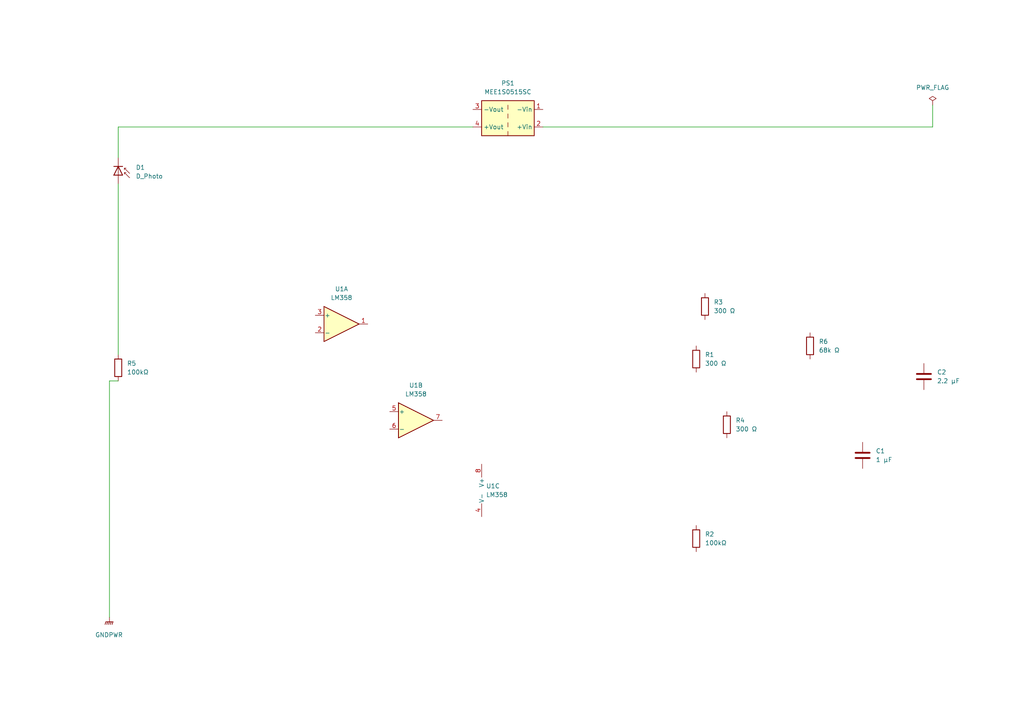
<source format=kicad_sch>
(kicad_sch (version 20211123) (generator eeschema)
  (paper "A4")
  (lib_symbols
    (symbol "Amplifier_Operational:LM358" (pin_names (offset 0.127))
      (property "Reference" "U" (at 0 5.08 0))
      (property "Value" "LM358" (at 0 -5.08 0))
      (symbol "LM358_1_1"
        (polyline (pts (xy -5.08 5.08) (xy 5.08 0) (xy -5.08 -5.08) (xy -5.08 5.08)) (stroke (width 0.254)) (fill (type background)))
        (pin output line (at 7.62 0 180) (length 2.54) (name "~") (number "1"))
        (pin input line (at -7.62 -2.54 0) (length 2.54) (name "-") (number "2"))
        (pin input line (at -7.62 2.54 0) (length 2.54) (name "+") (number "3"))
      )
      (symbol "LM358_2_1"
        (polyline (pts (xy -5.08 5.08) (xy 5.08 0) (xy -5.08 -5.08) (xy -5.08 5.08)) (stroke (width 0.254)) (fill (type background)))
        (pin input line (at -7.62 2.54 0) (length 2.54) (name "+") (number "5"))
        (pin input line (at -7.62 -2.54 0) (length 2.54) (name "-") (number "6"))
        (pin output line (at 7.62 0 180) (length 2.54) (name "~") (number "7"))
      )
      (symbol "LM358_3_1"
        (pin power_in line (at -2.54 -7.62 90) (length 3.81) (name "V-") (number "4"))
        (pin power_in line (at -2.54 7.62 270) (length 3.81) (name "V+") (number "8"))
      )
    )
    (symbol "Converter_DCDC:MEE1S0515SC"
      (property "Reference" "PS" (at -7.62 6.35 0))
      (property "Value" "MEE1S0515SC" (at 1.27 6.35 0))
      (symbol "MEE1S0515SC_0_0"
        (pin power_in line (at -10.16 -2.54 0) (length 2.54) (name "-Vin") (number "1"))
        (pin power_in line (at -10.16 2.54 0) (length 2.54) (name "+Vin") (number "2"))
        (pin power_out line (at 10.16 -2.54 180) (length 2.54) (name "-Vout") (number "3"))
        (pin power_out line (at 10.16 2.54 180) (length 2.54) (name "+Vout") (number "4"))
      )
      (symbol "MEE1S0515SC_0_1"
        (rectangle (start -7.62 5.08) (end 7.62 -5.08) (stroke (width 0.254)) (fill (type background)))
        (polyline (pts (xy 0 -2.54) (xy 0 -3.81)))
        (polyline (pts (xy 0 0) (xy 0 -1.27)))
        (polyline (pts (xy 0 2.54) (xy 0 1.27)))
        (polyline (pts (xy 0 5.08) (xy 0 3.81)))
      )
    )
    (symbol "Device:C" (pin_numbers hide) (pin_names (offset 0.254))
      (property "Reference" "C" (at 0.635 2.54 0))
      (property "Value" "C" (at 0.635 -2.54 0))
      (symbol "C_0_1"
        (polyline (pts (xy -2.032 -0.762) (xy 2.032 -0.762)) (stroke (width 0.508)))
        (polyline (pts (xy -2.032 0.762) (xy 2.032 0.762)) (stroke (width 0.508)))
      )
      (symbol "C_1_1"
        (pin passive line (at 0 3.81 270) (length 2.794) (name "~") (number "1"))
        (pin passive line (at 0 -3.81 90) (length 2.794) (name "~") (number "2"))
      )
    )
    (symbol "Device:D_Photo" (pin_numbers hide) (pin_names hide)
      (property "Reference" "D" (at 0.508 1.778 0))
      (property "Value" "D_Photo" (at -1.016 -2.794 0))
      (symbol "D_Photo_0_1"
        (polyline (pts (xy -2.54 1.27) (xy -2.54 -1.27)) (stroke (width 0.254)))
        (polyline (pts (xy -2.032 1.778) (xy -1.524 1.778)))
        (polyline (pts (xy 0 0) (xy -2.54 0)))
        (polyline (pts (xy -0.508 3.302) (xy -2.032 1.778) (xy -2.032 2.286)))
        (polyline (pts (xy 0 -1.27) (xy 0 1.27) (xy -2.54 0) (xy 0 -1.27)) (stroke (width 0.254)))
        (polyline (pts (xy 0.762 3.302) (xy -0.762 1.778) (xy -0.762 2.286) (xy -0.762 1.778) (xy -0.254 1.778)))
      )
      (symbol "D_Photo_1_1"
        (pin passive line (at -5.08 0 0) (length 2.54) (name "K") (number "1"))
        (pin passive line (at 2.54 0 180) (length 2.54) (name "A") (number "2"))
      )
    )
    (symbol "Device:R" (pin_numbers hide) (pin_names (offset 0))
      (property "Reference" "R" (at 2.032 0 90))
      (property "Value" "R" (at 0 0 90))
      (symbol "R_0_1"
        (rectangle (start -1.016 -2.54) (end 1.016 2.54) (stroke (width 0.254)))
      )
      (symbol "R_1_1"
        (pin passive line (at 0 3.81 270) (length 1.27) (name "~") (number "1"))
        (pin passive line (at 0 -3.81 90) (length 1.27) (name "~") (number "2"))
      )
    )
    (symbol "power:GNDPWR" (power) (pin_names (offset 0))
      (property "Value" "GNDPWR" (at 0 -3.302 0))
      (symbol "GNDPWR_0_1"
        (polyline (pts (xy 0 -1.27) (xy 0 0)))
        (polyline (pts (xy -1.016 -1.27) (xy -1.27 -2.032) (xy -1.27 -2.032)) (stroke (width 0.2032)))
        (polyline (pts (xy -0.508 -1.27) (xy -0.762 -2.032) (xy -0.762 -2.032)) (stroke (width 0.2032)))
        (polyline (pts (xy 0 -1.27) (xy -0.254 -2.032) (xy -0.254 -2.032)) (stroke (width 0.2032)))
        (polyline (pts (xy 0.508 -1.27) (xy 0.254 -2.032) (xy 0.254 -2.032)) (stroke (width 0.2032)))
        (polyline (pts (xy 1.016 -1.27) (xy -1.016 -1.27) (xy -1.016 -1.27)) (stroke (width 0.2032)))
        (polyline (pts (xy 1.016 -1.27) (xy 0.762 -2.032) (xy 0.762 -2.032) (xy 0.762 -2.032)) (stroke (width 0.2032)))
      )
      (symbol "GNDPWR_1_1"
        (pin power_in line (at 0 0 270) (length 0) hide (name "GNDPWR") (number "1"))
      )
    )
    (symbol "power:PWR_FLAG" (power) (pin_numbers hide) (pin_names (offset 0) hide)
      (property "Value" "PWR_FLAG" (at 0 3.81 0))
      (symbol "PWR_FLAG_0_0"
        (pin power_out line (at 0 0 90) (length 0) (name "pwr") (number "1"))
      )
      (symbol "PWR_FLAG_0_1"
        (polyline (pts (xy 0 0) (xy 0 1.27) (xy -1.016 1.905) (xy 0 2.54) (xy 1.016 1.905) (xy 0 1.27)))
      )
    )
  )
  (wire (pts (xy 34.29 36.83) (xy 34.29 45.72)))
  (wire (pts (xy 31.75 179.07) (xy 31.75 110.49)))
  (wire (pts (xy 31.75 110.49) (xy 34.29 110.49)))
  (wire (pts (xy 270.51 30.48) (xy 270.51 36.83)))
  (wire (pts (xy 270.51 36.83) (xy 157.48 36.83)))
  (wire (pts (xy 137.16 36.83) (xy 34.29 36.83)))
  (wire (pts (xy 34.29 53.34) (xy 34.29 102.87)))
  (symbol (lib_id "Converter_DCDC:MEE1S0515SC") (at 147.32 34.29 180) (unit 1)
    (property "Reference" "PS1" (at 147.32 24.13 0))
    (property "Value" "MEE1S0515SC" (at 147.32 26.67 0))
    (property "Footprint" "Converter_DCDC:Converter_DCDC_Murata_MEE1SxxxxSC_THT" (effects hide))
    (property "Datasheet" "https://power.murata.com/pub/data/power/ncl/kdc_mee1.pdf" (effects hide))
  )
  (symbol (lib_id "Device:R") (at 234.95 100.33 0) (unit 1)
    (property "Reference" "R6" (at 237.49 99.0599 0) (effects (justify left)))
    (property "Value" "68k Ω" (at 237.49 101.5999 0) (effects (justify left)))
    (property "Footprint" "Resistor_THT:R_Axial_DIN0207_L6.3mm_D2.5mm_P10.16mm_Horizontal" (effects hide))
  )
  (symbol (lib_id "Device:C") (at 267.97 109.22 0) (unit 1)
    (property "Reference" "C2" (at 271.78 107.9499 0) (effects (justify left)))
    (property "Value" "2.2 μF" (at 271.78 110.4899 0) (effects (justify left)))
    (property "Footprint" "Capacitor_THT:CP_Radial_D5.0mm_P2.50mm" (effects hide))
  )
  (symbol (lib_id "Device:D_Photo") (at 34.29 50.8 270) (unit 1)
    (property "Reference" "D1" (at 39.37 48.5774 90) (effects (justify left)))
    (property "Value" "D_Photo" (at 39.37 51.1174 90) (effects (justify left)))
    (property "Footprint" "Diode_THT:D_DO-247_Vertical" (effects hide))
  )
  (symbol (lib_id "Device:R") (at 210.82 123.19 0) (unit 1)
    (property "Reference" "R4" (at 213.36 121.9199 0) (effects (justify left)))
    (property "Value" "300 Ω" (at 213.36 124.4599 0) (effects (justify left)))
    (property "Footprint" "Resistor_THT:R_Axial_DIN0207_L6.3mm_D2.5mm_P10.16mm_Horizontal" (effects hide))
  )
  (symbol (lib_id "Device:R") (at 34.29 106.68 0) (unit 1)
    (property "Reference" "R5" (at 36.83 105.4099 0) (effects (justify left)))
    (property "Value" "100kΩ" (at 36.83 107.9499 0) (effects (justify left)))
    (property "Footprint" "Resistor_THT:R_Axial_DIN0207_L6.3mm_D2.5mm_P10.16mm_Horizontal" (effects hide))
  )
  (symbol (lib_id "Amplifier_Operational:LM358") (at 99.06 93.98 0) (unit 1)
    (property "Reference" "U1" (at 99.06 83.82 0))
    (property "Value" "LM358" (at 99.06 86.36 0))
    (property "Datasheet" "http://www.ti.com/lit/ds/symlink/lm2904-n.pdf" (effects hide))
  )
  (symbol (lib_id "Amplifier_Operational:LM358") (at 142.24 142.24 0) (unit 3)
    (property "Reference" "U1" (at 140.97 140.9699 0) (effects (justify left)))
    (property "Value" "LM358" (at 140.97 143.5099 0) (effects (justify left)))
    (property "Datasheet" "http://www.ti.com/lit/ds/symlink/lm2904-n.pdf" (effects hide))
  )
  (symbol (lib_id "Device:R") (at 201.93 104.14 0) (unit 1)
    (property "Reference" "R1" (at 204.47 102.8699 0) (effects (justify left)))
    (property "Value" "300 Ω" (at 204.47 105.4099 0) (effects (justify left)))
    (property "Footprint" "Resistor_THT:R_Axial_DIN0207_L6.3mm_D2.5mm_P10.16mm_Horizontal" (effects hide))
  )
  (symbol (lib_id "power:PWR_FLAG") (at 270.51 30.48 0) (unit 1)
    (property "Reference" "#FLG01" (effects hide))
    (property "Value" "PWR_FLAG" (at 270.51 25.4 0))
  )
  (symbol (lib_id "Device:R") (at 201.93 156.21 0) (unit 1)
    (property "Reference" "R2" (at 204.47 154.9399 0) (effects (justify left)))
    (property "Value" "100kΩ" (at 204.47 157.4799 0) (effects (justify left)))
    (property "Footprint" "Resistor_THT:R_Axial_DIN0207_L6.3mm_D2.5mm_P10.16mm_Horizontal" (effects hide))
  )
  (symbol (lib_id "Amplifier_Operational:LM358") (at 120.65 121.92 0) (unit 2)
    (property "Reference" "U1" (at 120.65 111.76 0))
    (property "Value" "LM358" (at 120.65 114.3 0))
    (property "Datasheet" "http://www.ti.com/lit/ds/symlink/lm2904-n.pdf" (effects hide))
  )
  (symbol (lib_id "Device:C") (at 250.19 132.08 0) (unit 1)
    (property "Reference" "C1" (at 254 130.8099 0) (effects (justify left)))
    (property "Value" "1 μF" (at 254 133.3499 0) (effects (justify left)))
    (property "Footprint" "Capacitor_THT:CP_Radial_D5.0mm_P2.50mm" (effects hide))
  )
  (symbol (lib_id "Device:R") (at 204.47 88.9 0) (unit 1)
    (property "Reference" "R3" (at 207.01 87.6299 0) (effects (justify left)))
    (property "Value" "300 Ω" (at 207.01 90.1699 0) (effects (justify left)))
    (property "Footprint" "Resistor_THT:R_Axial_DIN0207_L6.3mm_D2.5mm_P10.16mm_Horizontal" (effects hide))
  )
  (symbol (lib_id "power:GNDPWR") (at 31.75 179.07 0) (unit 1)
    (property "Reference" "#PWR01" (effects hide))
    (property "Value" "GNDPWR" (at 31.623 184.15 0))
  )
)
</source>
